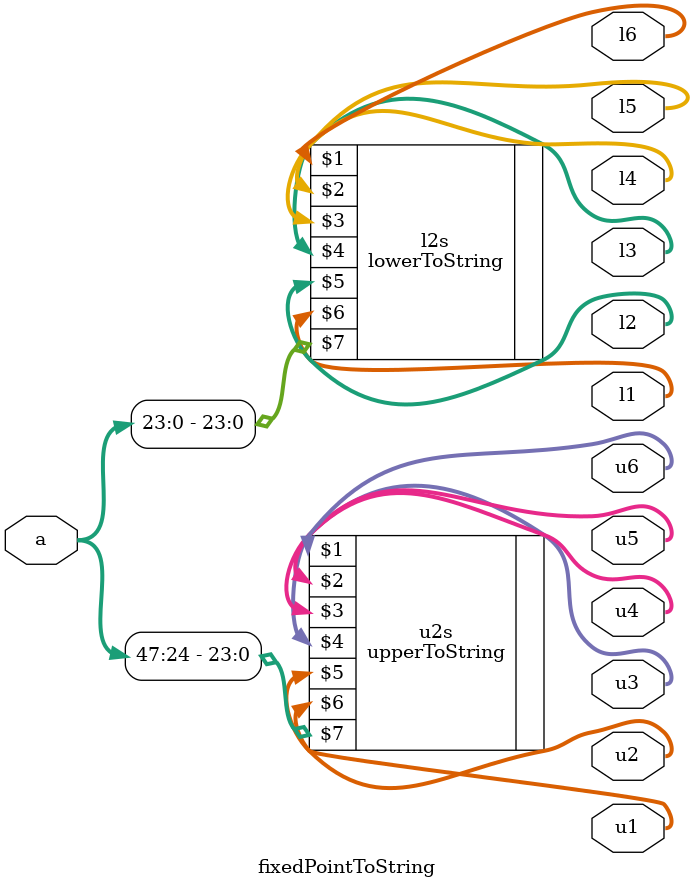
<source format=v>
`timescale 1ns / 1ps


module fixedPointToString(
    output [3:0] u6,
    output [3:0] u5,
    output [3:0] u4,
    output [3:0] u3,
    output [3:0] u2,
    output [3:0] u1,
    output [3:0] l6,
    output [3:0] l5,
    output [3:0] l4,
    output [3:0] l3,
    output [3:0] l2,
    output [3:0] l1,
    input [47:0] a
    );
    upperToString u2s(u6, u5, u4, u3, u2, u1, a[47:24]);
    lowerToString l2s(l6, l5, l4, l3, l2, l1, a[23:0]);
endmodule

</source>
